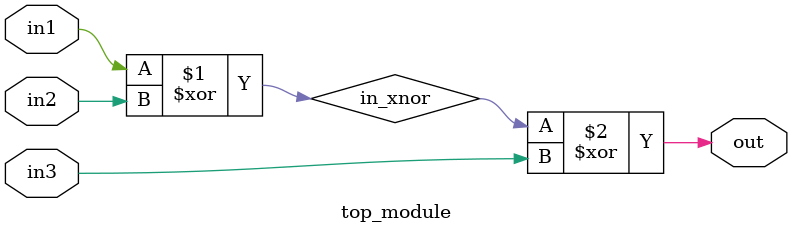
<source format=sv>
module top_module (
	input in1,
	input in2,
	input in3,
	output logic out
);
	
	// Two-input XNOR
	assign in_xnor = in1 ^ in2;
	
	// Two-input XOR
	assign out = in_xnor ^ in3;
	
endmodule

</source>
